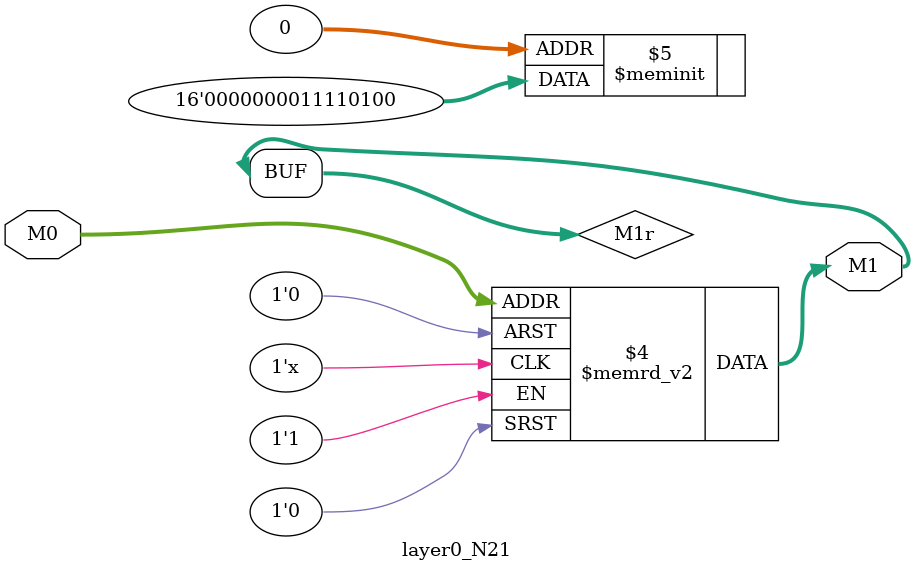
<source format=v>
module layer0_N21 ( input [2:0] M0, output [1:0] M1 );

	(*rom_style = "distributed" *) reg [1:0] M1r;
	assign M1 = M1r;
	always @ (M0) begin
		case (M0)
			3'b000: M1r = 2'b00;
			3'b100: M1r = 2'b00;
			3'b010: M1r = 2'b11;
			3'b110: M1r = 2'b00;
			3'b001: M1r = 2'b01;
			3'b101: M1r = 2'b00;
			3'b011: M1r = 2'b11;
			3'b111: M1r = 2'b00;

		endcase
	end
endmodule

</source>
